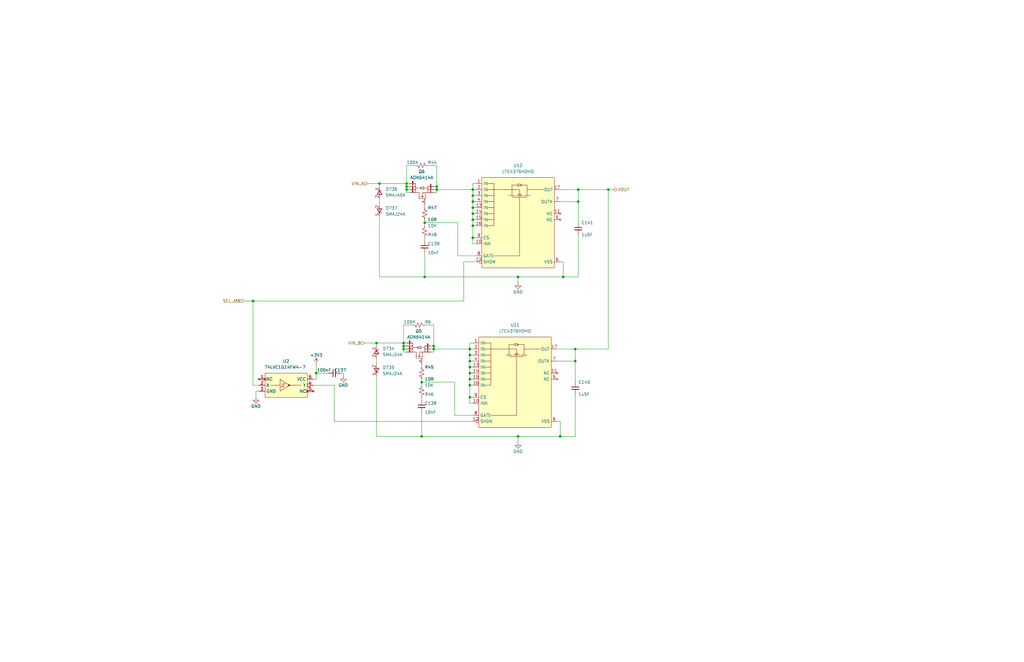
<source format=kicad_sch>
(kicad_sch (version 20211123) (generator eeschema)
  (paper "B")
  (lib_symbols
    (symbol "APA102_Matrix_Symbols:74LVC1G14FW4-7 "
      (property "Reference" "U" (at 10.16 8.89 0))
      (property "Value" "74LVC1G14FW4-7 " (at 0 8.89 0))
      (symbol "74LVC1G14FW4-7 _0_0"
        (pin no_connect non_logic (at 0 0 0) (length 2.54) (name "NC") (number "1"))
        (pin input line (at 0 -2.54 0) (length 2.54) (name "A") (number "2"))
        (pin power_in line (at 0 -5.08 0) (length 2.54) (name "GND") (number "3"))
        (pin output inverted (at 22.86 -2.54 180) (length 2.54) (name "Y") (number "4"))
        (pin no_connect non_logic (at 22.86 -5.08 180) (length 2.54) (name "NC") (number "5"))
        (pin power_in line (at 22.86 0 180) (length 2.54) (name "VCC") (number "6"))
      )
      (symbol "74LVC1G14FW4-7 _0_1"
        (polyline (pts (xy 8.89 -2.54) (xy 5.08 -2.54)))
        (polyline (pts (xy 8.89 0) (xy 12.7 -2.54)))
        (polyline (pts (xy 12.7 -2.54) (xy 17.78 -2.54)))
        (polyline (pts (xy 8.89 0) (xy 8.89 -5.08) (xy 12.7 -2.54)))
        (polyline (pts (xy 9.2075 -3.175) (xy 10.4775 -3.175) (xy 10.4775 -1.905) (xy 11.1125 -1.905) (xy 9.8425 -1.905) (xy 9.8425 -3.175)))
        (rectangle (start 2.54 2.54) (end 20.32 -7.62) (fill (type background)))
        (circle (center 12.7 -2.54) (radius 0.0001))
        (circle (center 12.7 -2.54) (radius 0.3175) (fill (type outline)))
      )
    )
    (symbol "APA102_Matrix_Symbols:AON6414A"
      (property "Reference" "Q" (at -6.35 5.08 0))
      (property "Value" "AON6414A" (at -2.54 6.35 0))
      (symbol "AON6414A_0_1"
        (polyline (pts (xy 2.54 -0.635) (xy 2.54 2.54)))
        (polyline (pts (xy 3.175 -0.3175) (xy 4.445 -0.3175)))
        (polyline (pts (xy 3.175 0) (xy 3.175 -0.635)))
        (polyline (pts (xy 3.175 0.9525) (xy 3.4925 0.635)))
        (polyline (pts (xy 3.175 1.27) (xy 3.175 0.635)))
        (polyline (pts (xy 3.175 2.2225) (xy 4.445 2.2225)))
        (polyline (pts (xy 3.175 2.54) (xy 3.175 1.905)))
        (polyline (pts (xy 6.985 0.3175) (xy 6.985 -1.27)))
        (polyline (pts (xy 6.985 1.5875) (xy 6.985 3.81)))
        (polyline (pts (xy 7.62 0.3175) (xy 6.985 1.5875)))
        (polyline (pts (xy 7.62 1.5875) (xy 6.35 1.5875)))
        (polyline (pts (xy 3.4925 0.635) (xy 3.4925 1.27) (xy 3.175 0.9525)))
        (polyline (pts (xy 3.4925 0.9525) (xy 5.08 0.9525) (xy 5.08 -0.3175)))
        (polyline (pts (xy 7.62 0.3175) (xy 6.35 0.3175) (xy 6.985 1.5875)))
        (polyline (pts (xy 4.445 -0.3175) (xy 5.08 -0.3175) (xy 5.08 -1.27) (xy 7.62 -1.27)))
        (polyline (pts (xy 4.445 2.2225) (xy 5.08 2.2225) (xy 5.08 3.81) (xy 8.89 3.81)))
      )
      (symbol "AON6414A_1_1"
        (pin passive line (at 5.08 -3.81 90) (length 2.54) (name "") (number "1"))
        (pin passive line (at 6.35 -3.81 90) (length 2.54) (name "") (number "2"))
        (pin passive line (at 7.62 -3.81 90) (length 2.54) (name "") (number "3"))
        (pin passive line (at 0 0 0) (length 2.54) (name "") (number "4"))
        (pin passive line (at 5.08 6.35 270) (length 2.54) (name "") (number "5"))
        (pin passive line (at 6.35 6.35 270) (length 2.54) (name "") (number "6"))
        (pin passive line (at 7.62 6.35 270) (length 2.54) (name "") (number "7"))
        (pin passive line (at 8.89 6.35 270) (length 2.54) (name "") (number "8"))
      )
    )
    (symbol "APA102_Matrix_Symbols:LTC4376HDHD"
      (property "Reference" "U" (at 6.35 13.97 0))
      (property "Value" "LTC4376HDHD" (at 6.35 13.97 0))
      (symbol "LTC4376HDHD_0_0"
        (pin power_in line (at 0 0 0) (length 2.54) (name "IN") (number "1"))
        (pin power_in line (at 0 -25.4 0) (length 2.54) (name "INK") (number "10"))
        (pin no_connect line (at 35.56 -12.7 180) (length 2.54) (name "NC") (number "11"))
        (pin input inverted (at 0 -33.02 0) (length 2.54) (name "SHDN") (number "12"))
        (pin power_in line (at 0 -10.16 0) (length 2.54) (name "IN") (number "13"))
        (pin power_in line (at 0 -12.7 0) (length 2.54) (name "IN") (number "14"))
        (pin power_in line (at 0 -15.24 0) (length 2.54) (name "IN") (number "15"))
        (pin power_in line (at 0 -17.78 0) (length 2.54) (name "IN") (number "16"))
        (pin power_out line (at 35.56 -2.54 180) (length 2.54) (name "OUT") (number "17"))
        (pin power_in line (at 0 -2.54 0) (length 2.54) (name "IN") (number "2"))
        (pin power_in line (at 0 -5.08 0) (length 2.54) (name "IN") (number "3"))
        (pin power_in line (at 0 -7.62 0) (length 2.54) (name "IN") (number "4"))
        (pin no_connect line (at 35.56 -15.24 180) (length 2.54) (name "NC") (number "5"))
        (pin power_in line (at 35.56 -33.02 180) (length 2.54) (name "VSS") (number "6"))
        (pin power_in line (at 35.56 -7.62 180) (length 2.54) (name "OUTK") (number "7"))
        (pin output line (at 0 -30.48 0) (length 2.54) (name "GATE") (number "8"))
        (pin power_in line (at 0 -22.86 0) (length 2.54) (name "CS") (number "9"))
      )
      (symbol "LTC4376HDHD_0_1"
        (polyline (pts (xy 5.08 -15.24) (xy 7.62 -15.24)))
        (polyline (pts (xy 5.08 -12.7) (xy 7.62 -12.7)))
        (polyline (pts (xy 5.08 -10.16) (xy 7.62 -10.16)))
        (polyline (pts (xy 5.08 -7.62) (xy 7.62 -7.62)))
        (polyline (pts (xy 5.08 -5.08) (xy 7.62 -5.08)))
        (polyline (pts (xy 5.08 -2.54) (xy 7.62 -2.54)))
        (polyline (pts (xy 12.7 -2.54) (xy 7.62 -2.54)))
        (polyline (pts (xy 15.24 -5.715) (xy 21.59 -5.715)))
        (polyline (pts (xy 15.24 -5.08) (xy 13.97 -5.08)))
        (polyline (pts (xy 17.145 -5.08) (xy 19.685 -5.08)))
        (polyline (pts (xy 18.415 -5.08) (xy 19.05 -4.445)))
        (polyline (pts (xy 19.05 0) (xy 19.05 -1.27)))
        (polyline (pts (xy 21.59 -5.08) (xy 22.86 -5.08)))
        (polyline (pts (xy 24.13 -2.54) (xy 28.575 -2.54)))
        (polyline (pts (xy 18.415 -5.715) (xy 18.415 -30.48) (xy 7.62 -30.48)))
        (polyline (pts (xy 18.415 -5.08) (xy 17.78 -4.445) (xy 19.05 -4.445)))
        (polyline (pts (xy 18.415 -4.445) (xy 18.415 -2.54) (xy 15.24 -2.54)))
        (polyline (pts (xy 19.05 -0.635) (xy 21.59 -0.635) (xy 21.59 -2.54)))
        (polyline (pts (xy 5.08 -17.78) (xy 7.62 -17.78) (xy 7.62 0) (xy 5.08 0)))
        (polyline (pts (xy 12.7 -2.54) (xy 15.24 -2.54) (xy 15.24 -5.08) (xy 16.51 -5.08)))
        (polyline (pts (xy 20.32 -5.08) (xy 21.59 -5.08) (xy 21.59 -2.54) (xy 24.13 -2.54)))
        (polyline (pts (xy 15.24 -2.54) (xy 15.24 -0.635) (xy 17.78 -0.635) (xy 17.78 0) (xy 19.05 -0.635) (xy 17.78 -1.27) (xy 17.78 -0.635)))
        (rectangle (start 2.54 -35.56) (end 33.02 2.54) (fill (type background)))
      )
    )
    (symbol "APA102_Matrix_Symbols:SMAJ24A"
      (property "Reference" "D" (at 2.54 4.445 0))
      (property "Value" "SMAJ24A" (at 2.54 2.54 0))
      (symbol "SMAJ24A_0_1"
        (polyline (pts (xy 3.302 0) (xy 1.778 0)))
        (polyline (pts (xy 1.905 0.9525) (xy 1.5875 0.635) (xy 1.5875 -0.635) (xy 1.27 -0.9525)))
        (polyline (pts (xy 3.302 1.016) (xy 1.778 0) (xy 3.302 -1.016) (xy 3.302 1.016)) (stroke (width 0.254)))
      )
      (symbol "SMAJ24A_1_1"
        (pin passive line (at 0 0 0) (length 1.778) (name "") (number "1"))
        (pin passive line (at 5.08 0 180) (length 1.778) (name "") (number "2"))
      )
    )
    (symbol "APA102_Matrix_Symbols:SMAJ40A"
      (property "Reference" "D" (at 2.54 4.445 0))
      (property "Value" "SMAJ40A" (at 2.54 2.54 0))
      (symbol "SMAJ40A_0_1"
        (polyline (pts (xy 3.302 0) (xy 1.778 0)))
        (polyline (pts (xy 1.905 0.9525) (xy 1.5875 0.635) (xy 1.5875 -0.635) (xy 1.27 -0.9525)))
        (polyline (pts (xy 3.302 1.016) (xy 1.778 0) (xy 3.302 -1.016) (xy 3.302 1.016)) (stroke (width 0.254)))
      )
      (symbol "SMAJ40A_1_1"
        (pin passive line (at 0 0 0) (length 1.778) (name "") (number "1"))
        (pin passive line (at 5.08 0 180) (length 1.778) (name "") (number "2"))
      )
    )
    (symbol "Device:C_Small" (pin_numbers hide) (pin_names (offset 0.254) hide)
      (property "Reference" "C" (at 0.254 1.778 0))
      (property "Value" "C_Small" (at 0.254 -2.032 0))
      (symbol "C_Small_0_1"
        (polyline (pts (xy -1.524 -0.508) (xy 1.524 -0.508)) (stroke (width 0.3302)))
        (polyline (pts (xy -1.524 0.508) (xy 1.524 0.508)) (stroke (width 0.3048)))
      )
      (symbol "C_Small_1_1"
        (pin passive line (at 0 2.54 270) (length 2.032) (name "~") (number "1"))
        (pin passive line (at 0 -2.54 90) (length 2.032) (name "~") (number "2"))
      )
    )
    (symbol "Device:R_Small_US" (pin_numbers hide) (pin_names (offset 0.254) hide)
      (property "Reference" "R" (at 0.762 0.508 0))
      (property "Value" "R_Small_US" (at 0.762 -1.016 0))
      (symbol "R_Small_US_1_1"
        (polyline (pts (xy 0 0) (xy 1.016 -0.381) (xy 0 -0.762) (xy -1.016 -1.143) (xy 0 -1.524)))
        (polyline (pts (xy 0 1.524) (xy 1.016 1.143) (xy 0 0.762) (xy -1.016 0.381) (xy 0 0)))
        (pin passive line (at 0 2.54 270) (length 1.016) (name "~") (number "1"))
        (pin passive line (at 0 -2.54 90) (length 1.016) (name "~") (number "2"))
      )
    )
    (symbol "power:+3V3" (power) (pin_names (offset 0))
      (property "Value" "+3V3" (at 0 3.556 0))
      (symbol "+3V3_0_1"
        (polyline (pts (xy -0.762 1.27) (xy 0 2.54)))
        (polyline (pts (xy 0 0) (xy 0 2.54)))
        (polyline (pts (xy 0 2.54) (xy 0.762 1.27)))
      )
      (symbol "+3V3_1_1"
        (pin power_in line (at 0 0 90) (length 0) hide (name "+3V3") (number "1"))
      )
    )
    (symbol "power:GND" (power) (pin_names (offset 0))
      (property "Value" "GND" (at 0 -3.81 0))
      (symbol "GND_0_1"
        (polyline (pts (xy 0 0) (xy 0 -1.27) (xy 1.27 -1.27) (xy 0 -2.54) (xy -1.27 -1.27) (xy 0 -1.27)))
      )
      (symbol "GND_1_1"
        (pin power_in line (at 0 0 270) (length 0) hide (name "GND") (number "1"))
      )
    )
  )
  (junction (at 199.39 90.17))
  (junction (at 199.39 80.01))
  (junction (at 184.15 78.74))
  (junction (at 256.54 80.01))
  (junction (at 182.88 147.32))
  (junction (at 182.88 146.05))
  (junction (at 158.75 144.78))
  (junction (at 199.39 85.09))
  (junction (at 237.49 116.84))
  (junction (at 198.12 152.4))
  (junction (at 198.12 154.94))
  (junction (at 199.39 92.71))
  (junction (at 243.84 80.01))
  (junction (at 199.39 100.33))
  (junction (at 179.07 116.84))
  (junction (at 199.39 95.25))
  (junction (at 242.57 147.32))
  (junction (at 243.84 85.09))
  (junction (at 198.12 162.56))
  (junction (at 171.45 77.47))
  (junction (at 199.39 82.55))
  (junction (at 170.18 146.05))
  (junction (at 199.39 87.63))
  (junction (at 170.18 147.32))
  (junction (at 170.18 144.78))
  (junction (at 198.12 157.48))
  (junction (at 133.35 157.48))
  (junction (at 160.02 77.47))
  (junction (at 198.12 149.86))
  (junction (at 171.45 80.01))
  (junction (at 236.22 184.15))
  (junction (at 218.44 116.84))
  (junction (at 184.15 80.01))
  (junction (at 242.57 152.4))
  (junction (at 218.44 184.15))
  (junction (at 198.12 147.32))
  (junction (at 106.68 127))
  (junction (at 198.12 167.64))
  (junction (at 177.8 184.15))
  (junction (at 179.07 93.98))
  (junction (at 177.8 161.29))
  (junction (at 171.45 78.74))
  (junction (at 198.12 160.02))
  (wire (pts (xy 198.12 157.48) (xy 198.12 154.94)))
  (wire (pts (xy 243.84 93.98) (xy 243.84 85.09)))
  (wire (pts (xy 199.39 90.17) (xy 200.66 90.17)))
  (wire (pts (xy 242.57 147.32) (xy 242.57 152.4)))
  (wire (pts (xy 198.12 149.86) (xy 198.12 147.32)))
  (wire (pts (xy 182.88 78.74) (xy 184.15 78.74)))
  (wire (pts (xy 198.12 152.4) (xy 198.12 149.86)))
  (wire (pts (xy 199.39 82.55) (xy 200.66 82.55)))
  (wire (pts (xy 109.22 165.1) (xy 107.95 165.1)))
  (wire (pts (xy 199.39 92.71) (xy 199.39 90.17)))
  (wire (pts (xy 198.12 170.18) (xy 198.12 167.64)))
  (wire (pts (xy 218.44 116.84) (xy 237.49 116.84)))
  (wire (pts (xy 184.15 69.85) (xy 184.15 78.74)))
  (wire (pts (xy 158.75 151.13) (xy 158.75 153.67)))
  (wire (pts (xy 160.02 91.44) (xy 160.02 116.84)))
  (wire (pts (xy 177.8 153.67) (xy 177.8 154.94)))
  (wire (pts (xy 234.95 177.8) (xy 236.22 177.8)))
  (wire (pts (xy 158.75 184.15) (xy 177.8 184.15)))
  (wire (pts (xy 170.18 137.16) (xy 170.18 144.78)))
  (wire (pts (xy 171.45 78.74) (xy 172.72 78.74)))
  (wire (pts (xy 107.95 165.1) (xy 107.95 167.64)))
  (wire (pts (xy 171.45 148.59) (xy 170.18 148.59)))
  (wire (pts (xy 199.39 102.87) (xy 199.39 100.33)))
  (wire (pts (xy 180.34 69.85) (xy 184.15 69.85)))
  (wire (pts (xy 160.02 77.47) (xy 171.45 77.47)))
  (wire (pts (xy 243.84 85.09) (xy 236.22 85.09)))
  (wire (pts (xy 106.68 162.56) (xy 109.22 162.56)))
  (wire (pts (xy 199.39 95.25) (xy 199.39 100.33)))
  (wire (pts (xy 106.68 127) (xy 102.87 127)))
  (wire (pts (xy 218.44 184.15) (xy 236.22 184.15)))
  (wire (pts (xy 199.39 82.55) (xy 199.39 80.01)))
  (wire (pts (xy 171.45 80.01) (xy 171.45 78.74)))
  (wire (pts (xy 181.61 147.32) (xy 182.88 147.32)))
  (wire (pts (xy 160.02 78.74) (xy 160.02 77.47)))
  (wire (pts (xy 198.12 147.32) (xy 199.39 147.32)))
  (wire (pts (xy 171.45 81.28) (xy 171.45 80.01)))
  (wire (pts (xy 158.75 158.75) (xy 158.75 184.15)))
  (wire (pts (xy 199.39 85.09) (xy 199.39 82.55)))
  (wire (pts (xy 198.12 152.4) (xy 199.39 152.4)))
  (wire (pts (xy 200.66 95.25) (xy 199.39 95.25)))
  (wire (pts (xy 218.44 184.15) (xy 218.44 186.69)))
  (wire (pts (xy 133.35 153.67) (xy 133.35 157.48)))
  (wire (pts (xy 171.45 80.01) (xy 172.72 80.01)))
  (wire (pts (xy 184.15 80.01) (xy 199.39 80.01)))
  (wire (pts (xy 179.07 92.71) (xy 179.07 93.98)))
  (wire (pts (xy 242.57 152.4) (xy 234.95 152.4)))
  (wire (pts (xy 199.39 167.64) (xy 198.12 167.64)))
  (wire (pts (xy 237.49 110.49) (xy 237.49 116.84)))
  (wire (pts (xy 236.22 177.8) (xy 236.22 184.15)))
  (wire (pts (xy 158.75 144.78) (xy 170.18 144.78)))
  (wire (pts (xy 198.12 144.78) (xy 199.39 144.78)))
  (wire (pts (xy 182.88 147.32) (xy 198.12 147.32)))
  (wire (pts (xy 243.84 116.84) (xy 237.49 116.84)))
  (wire (pts (xy 182.88 148.59) (xy 182.88 147.32)))
  (wire (pts (xy 199.39 162.56) (xy 198.12 162.56)))
  (wire (pts (xy 191.77 161.29) (xy 191.77 175.26)))
  (wire (pts (xy 140.97 177.8) (xy 199.39 177.8)))
  (wire (pts (xy 177.8 173.99) (xy 177.8 184.15)))
  (wire (pts (xy 193.04 93.98) (xy 193.04 107.95)))
  (wire (pts (xy 198.12 157.48) (xy 199.39 157.48)))
  (wire (pts (xy 199.39 80.01) (xy 199.39 77.47)))
  (wire (pts (xy 160.02 83.82) (xy 160.02 86.36)))
  (wire (pts (xy 191.77 175.26) (xy 199.39 175.26)))
  (wire (pts (xy 200.66 100.33) (xy 199.39 100.33)))
  (wire (pts (xy 172.72 81.28) (xy 171.45 81.28)))
  (wire (pts (xy 153.67 144.78) (xy 158.75 144.78)))
  (wire (pts (xy 236.22 80.01) (xy 243.84 80.01)))
  (wire (pts (xy 177.8 161.29) (xy 191.77 161.29)))
  (wire (pts (xy 182.88 80.01) (xy 184.15 80.01)))
  (wire (pts (xy 200.66 102.87) (xy 199.39 102.87)))
  (wire (pts (xy 173.99 137.16) (xy 170.18 137.16)))
  (wire (pts (xy 256.54 147.32) (xy 256.54 80.01)))
  (wire (pts (xy 198.12 149.86) (xy 199.39 149.86)))
  (wire (pts (xy 143.51 157.48) (xy 144.78 157.48)))
  (wire (pts (xy 256.54 80.01) (xy 243.84 80.01)))
  (wire (pts (xy 181.61 146.05) (xy 182.88 146.05)))
  (wire (pts (xy 171.45 78.74) (xy 171.45 77.47)))
  (wire (pts (xy 198.12 160.02) (xy 199.39 160.02)))
  (wire (pts (xy 199.39 90.17) (xy 199.39 87.63)))
  (wire (pts (xy 243.84 99.06) (xy 243.84 116.84)))
  (wire (pts (xy 171.45 77.47) (xy 172.72 77.47)))
  (wire (pts (xy 140.97 177.8) (xy 140.97 162.56)))
  (wire (pts (xy 160.02 116.84) (xy 179.07 116.84)))
  (wire (pts (xy 199.39 87.63) (xy 200.66 87.63)))
  (wire (pts (xy 199.39 95.25) (xy 199.39 92.71)))
  (wire (pts (xy 140.97 162.56) (xy 132.08 162.56)))
  (wire (pts (xy 193.04 107.95) (xy 200.66 107.95)))
  (wire (pts (xy 198.12 154.94) (xy 198.12 152.4)))
  (wire (pts (xy 199.39 87.63) (xy 199.39 85.09)))
  (wire (pts (xy 199.39 92.71) (xy 200.66 92.71)))
  (wire (pts (xy 199.39 170.18) (xy 198.12 170.18)))
  (wire (pts (xy 133.35 157.48) (xy 133.35 160.02)))
  (wire (pts (xy 199.39 80.01) (xy 200.66 80.01)))
  (wire (pts (xy 195.58 127) (xy 106.68 127)))
  (wire (pts (xy 170.18 147.32) (xy 171.45 147.32)))
  (wire (pts (xy 170.18 148.59) (xy 170.18 147.32)))
  (wire (pts (xy 179.07 86.36) (xy 179.07 87.63)))
  (wire (pts (xy 218.44 116.84) (xy 218.44 119.38)))
  (wire (pts (xy 198.12 154.94) (xy 199.39 154.94)))
  (wire (pts (xy 133.35 160.02) (xy 132.08 160.02)))
  (wire (pts (xy 181.61 148.59) (xy 182.88 148.59)))
  (wire (pts (xy 242.57 147.32) (xy 256.54 147.32)))
  (wire (pts (xy 179.07 93.98) (xy 193.04 93.98)))
  (wire (pts (xy 158.75 146.05) (xy 158.75 144.78)))
  (wire (pts (xy 133.35 157.48) (xy 138.43 157.48)))
  (wire (pts (xy 170.18 146.05) (xy 171.45 146.05)))
  (wire (pts (xy 200.66 110.49) (xy 195.58 110.49)))
  (wire (pts (xy 177.8 160.02) (xy 177.8 161.29)))
  (wire (pts (xy 234.95 147.32) (xy 242.57 147.32)))
  (wire (pts (xy 195.58 110.49) (xy 195.58 127)))
  (wire (pts (xy 144.78 157.48) (xy 144.78 158.75)))
  (wire (pts (xy 177.8 161.29) (xy 177.8 162.56)))
  (wire (pts (xy 236.22 110.49) (xy 237.49 110.49)))
  (wire (pts (xy 179.07 93.98) (xy 179.07 95.25)))
  (wire (pts (xy 179.07 106.68) (xy 179.07 116.84)))
  (wire (pts (xy 242.57 184.15) (xy 236.22 184.15)))
  (wire (pts (xy 198.12 160.02) (xy 198.12 157.48)))
  (wire (pts (xy 170.18 146.05) (xy 170.18 144.78)))
  (wire (pts (xy 170.18 147.32) (xy 170.18 146.05)))
  (wire (pts (xy 154.94 77.47) (xy 160.02 77.47)))
  (wire (pts (xy 198.12 162.56) (xy 198.12 167.64)))
  (wire (pts (xy 106.68 127) (xy 106.68 162.56)))
  (wire (pts (xy 198.12 147.32) (xy 198.12 144.78)))
  (wire (pts (xy 184.15 81.28) (xy 184.15 80.01)))
  (wire (pts (xy 171.45 69.85) (xy 171.45 77.47)))
  (wire (pts (xy 256.54 80.01) (xy 259.08 80.01)))
  (wire (pts (xy 182.88 137.16) (xy 182.88 146.05)))
  (wire (pts (xy 179.07 100.33) (xy 179.07 101.6)))
  (wire (pts (xy 199.39 77.47) (xy 200.66 77.47)))
  (wire (pts (xy 242.57 166.37) (xy 242.57 184.15)))
  (wire (pts (xy 184.15 78.74) (xy 184.15 80.01)))
  (wire (pts (xy 170.18 144.78) (xy 171.45 144.78)))
  (wire (pts (xy 243.84 80.01) (xy 243.84 85.09)))
  (wire (pts (xy 182.88 81.28) (xy 184.15 81.28)))
  (wire (pts (xy 179.07 137.16) (xy 182.88 137.16)))
  (wire (pts (xy 199.39 85.09) (xy 200.66 85.09)))
  (wire (pts (xy 175.26 69.85) (xy 171.45 69.85)))
  (wire (pts (xy 179.07 116.84) (xy 218.44 116.84)))
  (wire (pts (xy 177.8 184.15) (xy 218.44 184.15)))
  (wire (pts (xy 198.12 162.56) (xy 198.12 160.02)))
  (wire (pts (xy 182.88 146.05) (xy 182.88 147.32)))
  (wire (pts (xy 242.57 161.29) (xy 242.57 152.4)))
  (wire (pts (xy 177.8 167.64) (xy 177.8 168.91)))
  (hierarchical_label "VIN_B" (shape input) (at 153.67 144.78 180))
  (hierarchical_label "VIN_A" (shape input) (at 154.94 77.47 180))
  (hierarchical_label "VOUT" (shape output) (at 259.08 80.01 0))
  (hierarchical_label "SEL_A!B" (shape input) (at 102.87 127 180))
  (symbol (lib_id "Device:R_Small_US") (at 177.8 165.1 0) (mirror x) (unit 1)
    (property "Reference" "R46" (at 179.07 166.37 0) (effects (justify left)))
    (property "Value" "10K" (at 179.07 162.56 0) (effects (justify left)))
    (property "Footprint" "APA102_Matrix_Footprints:R_0603" (effects hide))
  )
  (symbol (lib_id "APA102_Matrix_Symbols:LTC4376HDHD") (at 200.66 77.47 0) (unit 1)
    (property "Reference" "U12" (at 218.44 69.85 0))
    (property "Value" "LTC4376HDHD" (at 218.44 72.39 0))
    (property "Footprint" "APA102_Matrix_Footprints:DFN_16_5X4_EP" (effects hide))
    (property "Datasheet" "https://www.analog.com/media/en/technical-documentation/data-sheets/LTC4376.pdf" (effects hide))
  )
  (symbol (lib_id "Device:C_Small") (at 242.57 163.83 0) (unit 1)
    (property "Reference" "C140" (at 243.84 161.29 0) (effects (justify left)))
    (property "Value" "1u5F" (at 243.84 166.37 0) (effects (justify left)))
    (property "Footprint" "APA102_Matrix_Footprints:C_0603" (effects hide))
  )
  (symbol (lib_id "power:GND") (at 218.44 119.38 0) (unit 1)
    (property "Reference" "#PWR01605" (effects hide))
    (property "Value" "GND" (at 218.44 123.19 0))
  )
  (symbol (lib_id "power:GND") (at 218.44 186.69 0) (unit 1)
    (property "Reference" "#PWR01604" (effects hide))
    (property "Value" "GND" (at 218.44 190.5 0))
  )
  (symbol (lib_id "APA102_Matrix_Symbols:74LVC1G14FW4-7 ") (at 109.22 160.02 0) (unit 1)
    (property "Reference" "U2" (at 120.65 152.4 0))
    (property "Value" "74LVC1G14FW4-7 " (at 120.65 154.94 0))
    (property "Footprint" "APA102_Matrix_Footprints:DFN1010_6" (effects hide))
    (property "Datasheet" "https://www.diodes.com/assets/Datasheets/74LVC1G14.pdf" (effects hide))
  )
  (symbol (lib_id "APA102_Matrix_Symbols:SMAJ24A") (at 158.75 146.05 90) (mirror x) (unit 1)
    (property "Reference" "D734" (at 161.29 147.1294 90) (effects (justify right)))
    (property "Value" "SMAJ24A" (at 161.29 149.6694 90) (effects (justify right)))
    (property "Footprint" "APA102_Matrix_Footprints:DO_214AC" (effects hide))
    (property "Datasheet" "https://www.littelfuse.com/media?resourcetype=datasheets&itemid=75e32973-b177-4ee3-a0ff-cedaf1abdb93&filename=smaj-datasheet" (effects hide))
  )
  (symbol (lib_id "Device:C_Small") (at 243.84 96.52 0) (unit 1)
    (property "Reference" "C141" (at 245.11 93.98 0) (effects (justify left)))
    (property "Value" "1u5F" (at 245.11 99.06 0) (effects (justify left)))
    (property "Footprint" "APA102_Matrix_Footprints:C_0603" (effects hide))
  )
  (symbol (lib_id "Device:C_Small") (at 179.07 104.14 0) (unit 1)
    (property "Reference" "C139" (at 180.34 102.87 0) (effects (justify left)))
    (property "Value" "10nF" (at 180.34 106.68 0) (effects (justify left)))
    (property "Footprint" "APA102_Matrix_Footprints:C_0603" (effects hide))
  )
  (symbol (lib_id "power:+3V3") (at 133.35 153.67 0) (unit 1)
    (property "Reference" "#PWR01533" (effects hide))
    (property "Value" "+3V3" (at 133.35 149.86 0))
  )
  (symbol (lib_id "APA102_Matrix_Symbols:AON6414A") (at 179.07 86.36 90) (unit 1)
    (property "Reference" "Q6" (at 177.8 72.39 90))
    (property "Value" "AON6414A" (at 177.8 74.93 90))
    (property "Footprint" "APA102_Matrix_Footprints:DFN8_5X6" (effects hide))
    (property "Datasheet" "http://aosmd.com/res/data_sheets/AON6414A.pdf" (effects hide))
  )
  (symbol (lib_id "APA102_Matrix_Symbols:SMAJ40A") (at 160.02 78.74 270) (unit 1)
    (property "Reference" "D736" (at 162.56 79.8194 90) (effects (justify left)))
    (property "Value" "SMAJ40A" (at 162.56 82.3594 90) (effects (justify left)))
    (property "Footprint" "APA102_Matrix_Footprints:DO_214AC" (effects hide))
    (property "Datasheet" "https://www.littelfuse.com/media?resourcetype=datasheets&itemid=75e32973-b177-4ee3-a0ff-cedaf1abdb93&filename=smaj-datasheet" (effects hide))
  )
  (symbol (lib_id "Device:R_Small_US") (at 177.8 157.48 0) (unit 1)
    (property "Reference" "R45" (at 179.07 154.94 0) (effects (justify left)))
    (property "Value" "10R" (at 179.07 160.02 0) (effects (justify left)))
    (property "Footprint" "APA102_Matrix_Footprints:R_0603" (effects hide))
  )
  (symbol (lib_id "APA102_Matrix_Symbols:LTC4376HDHD") (at 199.39 144.78 0) (unit 1)
    (property "Reference" "U11" (at 217.17 137.16 0))
    (property "Value" "LTC4376HDHD" (at 217.17 139.7 0))
    (property "Footprint" "APA102_Matrix_Footprints:DFN_16_5X4_EP" (effects hide))
    (property "Datasheet" "https://www.analog.com/media/en/technical-documentation/data-sheets/LTC4376.pdf" (effects hide))
  )
  (symbol (lib_id "Device:R_Small_US") (at 179.07 97.79 0) (mirror x) (unit 1)
    (property "Reference" "R48" (at 180.34 99.06 0) (effects (justify left)))
    (property "Value" "10K" (at 180.34 95.25 0) (effects (justify left)))
    (property "Footprint" "APA102_Matrix_Footprints:R_0603" (effects hide))
  )
  (symbol (lib_id "Device:C_Small") (at 140.97 157.48 90) (unit 1)
    (property "Reference" "C137" (at 146.05 156.21 90) (effects (justify left)))
    (property "Value" "100nF" (at 139.7 156.21 90) (effects (justify left)))
    (property "Footprint" "APA102_Matrix_Footprints:C_0603" (effects hide))
  )
  (symbol (lib_id "power:GND") (at 107.95 167.64 0) (unit 1)
    (property "Reference" "#PWR01532" (effects hide))
    (property "Value" "GND" (at 107.95 171.45 0))
  )
  (symbol (lib_id "APA102_Matrix_Symbols:SMAJ24A") (at 160.02 91.44 270) (mirror x) (unit 1)
    (property "Reference" "D737" (at 162.56 87.8204 90) (effects (justify left)))
    (property "Value" "SMAJ24A" (at 162.56 90.3604 90) (effects (justify left)))
    (property "Footprint" "APA102_Matrix_Footprints:DO_214AC" (effects hide))
    (property "Datasheet" "https://www.littelfuse.com/media?resourcetype=datasheets&itemid=75e32973-b177-4ee3-a0ff-cedaf1abdb93&filename=smaj-datasheet" (effects hide))
  )
  (symbol (lib_id "Device:R_Small_US") (at 179.07 90.17 0) (unit 1)
    (property "Reference" "R47" (at 180.34 87.63 0) (effects (justify left)))
    (property "Value" "10R" (at 180.34 92.71 0) (effects (justify left)))
    (property "Footprint" "APA102_Matrix_Footprints:R_0603" (effects hide))
  )
  (symbol (lib_id "Device:C_Small") (at 177.8 171.45 0) (unit 1)
    (property "Reference" "C138" (at 179.07 170.18 0) (effects (justify left)))
    (property "Value" "10nF" (at 179.07 173.99 0) (effects (justify left)))
    (property "Footprint" "APA102_Matrix_Footprints:C_0603" (effects hide))
  )
  (symbol (lib_id "power:GND") (at 144.78 158.75 0) (unit 1)
    (property "Reference" "#PWR01539" (effects hide))
    (property "Value" "GND" (at 144.78 162.56 0))
  )
  (symbol (lib_id "APA102_Matrix_Symbols:SMAJ24A") (at 158.75 158.75 270) (mirror x) (unit 1)
    (property "Reference" "D735" (at 161.29 155.1304 90) (effects (justify left)))
    (property "Value" "SMAJ24A" (at 161.29 157.6704 90) (effects (justify left)))
    (property "Footprint" "APA102_Matrix_Footprints:DO_214AC" (effects hide))
    (property "Datasheet" "https://www.littelfuse.com/media?resourcetype=datasheets&itemid=75e32973-b177-4ee3-a0ff-cedaf1abdb93&filename=smaj-datasheet" (effects hide))
  )
  (symbol (lib_id "Device:R_Small_US") (at 177.8 69.85 270) (mirror x) (unit 1)
    (property "Reference" "R44" (at 180.34 68.58 90) (effects (justify left)))
    (property "Value" "100K" (at 171.45 68.58 90) (effects (justify left)))
    (property "Footprint" "APA102_Matrix_Footprints:R_0603" (effects hide))
  )
  (symbol (lib_id "APA102_Matrix_Symbols:AON6414A") (at 177.8 153.67 90) (unit 1)
    (property "Reference" "Q5" (at 176.53 139.7 90))
    (property "Value" "AON6414A" (at 176.53 142.24 90))
    (property "Footprint" "APA102_Matrix_Footprints:DFN8_5X6" (effects hide))
    (property "Datasheet" "http://aosmd.com/res/data_sheets/AON6414A.pdf" (effects hide))
  )
  (symbol (lib_id "Device:R_Small_US") (at 176.53 137.16 270) (mirror x) (unit 1)
    (property "Reference" "R6" (at 179.07 135.89 90) (effects (justify left)))
    (property "Value" "100K" (at 170.18 135.89 90) (effects (justify left)))
    (property "Footprint" "APA102_Matrix_Footprints:R_0603" (effects hide))
  )
)
</source>
